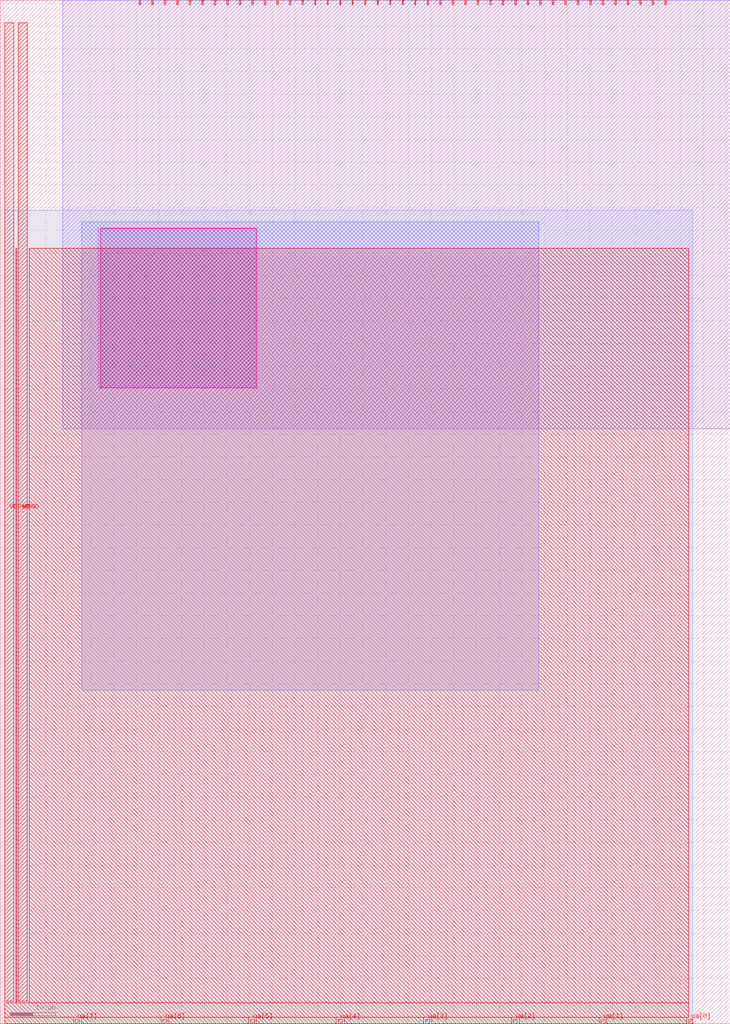
<source format=lef>
VERSION 5.7 ;
  NOWIREEXTENSIONATPIN ON ;
  DIVIDERCHAR "/" ;
  BUSBITCHARS "[]" ;
MACRO tt_um_analog_example
  CLASS BLOCK ;
  FOREIGN tt_um_analog_example ;
  ORIGIN 0.000 0.000 ;
  SIZE 161.000 BY 225.760 ;
  PIN clk
    DIRECTION INPUT ;
    USE SIGNAL ;
    PORT
      LAYER met4 ;
        RECT 143.830 224.760 144.130 225.760 ;
    END
  END clk
  PIN ena
    DIRECTION INPUT ;
    USE SIGNAL ;
    PORT
      LAYER met4 ;
        RECT 146.590 224.760 146.890 225.760 ;
    END
  END ena
  PIN rst_n
    DIRECTION INPUT ;
    USE SIGNAL ;
    PORT
      LAYER met4 ;
        RECT 141.070 224.760 141.370 225.760 ;
    END
  END rst_n
  PIN ua[0]
    DIRECTION INOUT ;
    USE SIGNAL ;
    ANTENNADIFFAREA 0.445500 ;
    PORT
      LAYER met4 ;
        RECT 151.810 0.000 152.710 1.000 ;
    END
  END ua[0]
  PIN ua[1]
    DIRECTION INOUT ;
    USE SIGNAL ;
    ANTENNAGATEAREA 0.247500 ;
    PORT
      LAYER met4 ;
        RECT 132.490 0.000 133.390 1.000 ;
    END
  END ua[1]
  PIN ua[2]
    DIRECTION INOUT ;
    USE SIGNAL ;
    ANTENNAGATEAREA 0.247500 ;
    PORT
      LAYER met4 ;
        RECT 113.170 0.000 114.070 1.000 ;
    END
  END ua[2]
  PIN ua[3]
    DIRECTION INOUT ;
    USE SIGNAL ;
    PORT
      LAYER met4 ;
        RECT 93.850 0.000 94.750 1.000 ;
    END
  END ua[3]
  PIN ua[4]
    DIRECTION INOUT ;
    USE SIGNAL ;
    PORT
      LAYER met4 ;
        RECT 74.530 0.000 75.430 1.000 ;
    END
  END ua[4]
  PIN ua[5]
    DIRECTION INOUT ;
    USE SIGNAL ;
    PORT
      LAYER met4 ;
        RECT 55.210 0.000 56.110 1.000 ;
    END
  END ua[5]
  PIN ua[6]
    DIRECTION INOUT ;
    USE SIGNAL ;
    PORT
      LAYER met4 ;
        RECT 35.890 0.000 36.790 1.000 ;
    END
  END ua[6]
  PIN ua[7]
    DIRECTION INOUT ;
    USE SIGNAL ;
    PORT
      LAYER met4 ;
        RECT 16.570 0.000 17.470 1.000 ;
    END
  END ua[7]
  PIN ui_in[0]
    DIRECTION INPUT ;
    USE SIGNAL ;
    PORT
      LAYER met4 ;
        RECT 138.310 224.760 138.610 225.760 ;
    END
  END ui_in[0]
  PIN ui_in[1]
    DIRECTION INPUT ;
    USE SIGNAL ;
    PORT
      LAYER met4 ;
        RECT 135.550 224.760 135.850 225.760 ;
    END
  END ui_in[1]
  PIN ui_in[2]
    DIRECTION INPUT ;
    USE SIGNAL ;
    PORT
      LAYER met4 ;
        RECT 132.790 224.760 133.090 225.760 ;
    END
  END ui_in[2]
  PIN ui_in[3]
    DIRECTION INPUT ;
    USE SIGNAL ;
    PORT
      LAYER met4 ;
        RECT 130.030 224.760 130.330 225.760 ;
    END
  END ui_in[3]
  PIN ui_in[4]
    DIRECTION INPUT ;
    USE SIGNAL ;
    PORT
      LAYER met4 ;
        RECT 127.270 224.760 127.570 225.760 ;
    END
  END ui_in[4]
  PIN ui_in[5]
    DIRECTION INPUT ;
    USE SIGNAL ;
    PORT
      LAYER met4 ;
        RECT 124.510 224.760 124.810 225.760 ;
    END
  END ui_in[5]
  PIN ui_in[6]
    DIRECTION INPUT ;
    USE SIGNAL ;
    PORT
      LAYER met4 ;
        RECT 121.750 224.760 122.050 225.760 ;
    END
  END ui_in[6]
  PIN ui_in[7]
    DIRECTION INPUT ;
    USE SIGNAL ;
    PORT
      LAYER met4 ;
        RECT 118.990 224.760 119.290 225.760 ;
    END
  END ui_in[7]
  PIN uio_in[0]
    DIRECTION INPUT ;
    USE SIGNAL ;
    PORT
      LAYER met4 ;
        RECT 116.230 224.760 116.530 225.760 ;
    END
  END uio_in[0]
  PIN uio_in[1]
    DIRECTION INPUT ;
    USE SIGNAL ;
    PORT
      LAYER met4 ;
        RECT 113.470 224.760 113.770 225.760 ;
    END
  END uio_in[1]
  PIN uio_in[2]
    DIRECTION INPUT ;
    USE SIGNAL ;
    PORT
      LAYER met4 ;
        RECT 110.710 224.760 111.010 225.760 ;
    END
  END uio_in[2]
  PIN uio_in[3]
    DIRECTION INPUT ;
    USE SIGNAL ;
    PORT
      LAYER met4 ;
        RECT 107.950 224.760 108.250 225.760 ;
    END
  END uio_in[3]
  PIN uio_in[4]
    DIRECTION INPUT ;
    USE SIGNAL ;
    PORT
      LAYER met4 ;
        RECT 105.190 224.760 105.490 225.760 ;
    END
  END uio_in[4]
  PIN uio_in[5]
    DIRECTION INPUT ;
    USE SIGNAL ;
    PORT
      LAYER met4 ;
        RECT 102.430 224.760 102.730 225.760 ;
    END
  END uio_in[5]
  PIN uio_in[6]
    DIRECTION INPUT ;
    USE SIGNAL ;
    PORT
      LAYER met4 ;
        RECT 99.670 224.760 99.970 225.760 ;
    END
  END uio_in[6]
  PIN uio_in[7]
    DIRECTION INPUT ;
    USE SIGNAL ;
    PORT
      LAYER met4 ;
        RECT 96.910 224.760 97.210 225.760 ;
    END
  END uio_in[7]
  PIN uio_oe[0]
    DIRECTION OUTPUT ;
    USE SIGNAL ;
    PORT
      LAYER met4 ;
        RECT 49.990 224.760 50.290 225.760 ;
    END
  END uio_oe[0]
  PIN uio_oe[1]
    DIRECTION OUTPUT ;
    USE SIGNAL ;
    PORT
      LAYER met4 ;
        RECT 47.230 224.760 47.530 225.760 ;
    END
  END uio_oe[1]
  PIN uio_oe[2]
    DIRECTION OUTPUT ;
    USE SIGNAL ;
    PORT
      LAYER met4 ;
        RECT 44.470 224.760 44.770 225.760 ;
    END
  END uio_oe[2]
  PIN uio_oe[3]
    DIRECTION OUTPUT ;
    USE SIGNAL ;
    PORT
      LAYER met4 ;
        RECT 41.710 224.760 42.010 225.760 ;
    END
  END uio_oe[3]
  PIN uio_oe[4]
    DIRECTION OUTPUT ;
    USE SIGNAL ;
    PORT
      LAYER met4 ;
        RECT 38.950 224.760 39.250 225.760 ;
    END
  END uio_oe[4]
  PIN uio_oe[5]
    DIRECTION OUTPUT ;
    USE SIGNAL ;
    PORT
      LAYER met4 ;
        RECT 36.190 224.760 36.490 225.760 ;
    END
  END uio_oe[5]
  PIN uio_oe[6]
    DIRECTION OUTPUT ;
    USE SIGNAL ;
    PORT
      LAYER met4 ;
        RECT 33.430 224.760 33.730 225.760 ;
    END
  END uio_oe[6]
  PIN uio_oe[7]
    DIRECTION OUTPUT ;
    USE SIGNAL ;
    PORT
      LAYER met4 ;
        RECT 30.670 224.760 30.970 225.760 ;
    END
  END uio_oe[7]
  PIN uio_out[0]
    DIRECTION OUTPUT ;
    USE SIGNAL ;
    PORT
      LAYER met4 ;
        RECT 72.070 224.760 72.370 225.760 ;
    END
  END uio_out[0]
  PIN uio_out[1]
    DIRECTION OUTPUT ;
    USE SIGNAL ;
    PORT
      LAYER met4 ;
        RECT 69.310 224.760 69.610 225.760 ;
    END
  END uio_out[1]
  PIN uio_out[2]
    DIRECTION OUTPUT ;
    USE SIGNAL ;
    PORT
      LAYER met4 ;
        RECT 66.550 224.760 66.850 225.760 ;
    END
  END uio_out[2]
  PIN uio_out[3]
    DIRECTION OUTPUT ;
    USE SIGNAL ;
    PORT
      LAYER met4 ;
        RECT 63.790 224.760 64.090 225.760 ;
    END
  END uio_out[3]
  PIN uio_out[4]
    DIRECTION OUTPUT ;
    USE SIGNAL ;
    PORT
      LAYER met4 ;
        RECT 61.030 224.760 61.330 225.760 ;
    END
  END uio_out[4]
  PIN uio_out[5]
    DIRECTION OUTPUT ;
    USE SIGNAL ;
    PORT
      LAYER met4 ;
        RECT 58.270 224.760 58.570 225.760 ;
    END
  END uio_out[5]
  PIN uio_out[6]
    DIRECTION OUTPUT ;
    USE SIGNAL ;
    PORT
      LAYER met4 ;
        RECT 55.510 224.760 55.810 225.760 ;
    END
  END uio_out[6]
  PIN uio_out[7]
    DIRECTION OUTPUT ;
    USE SIGNAL ;
    PORT
      LAYER met4 ;
        RECT 52.750 224.760 53.050 225.760 ;
    END
  END uio_out[7]
  PIN uo_out[0]
    DIRECTION OUTPUT ;
    USE SIGNAL ;
    PORT
      LAYER met4 ;
        RECT 94.150 224.760 94.450 225.760 ;
    END
  END uo_out[0]
  PIN uo_out[1]
    DIRECTION OUTPUT ;
    USE SIGNAL ;
    PORT
      LAYER met4 ;
        RECT 91.390 224.760 91.690 225.760 ;
    END
  END uo_out[1]
  PIN uo_out[2]
    DIRECTION OUTPUT ;
    USE SIGNAL ;
    PORT
      LAYER met4 ;
        RECT 88.630 224.760 88.930 225.760 ;
    END
  END uo_out[2]
  PIN uo_out[3]
    DIRECTION OUTPUT ;
    USE SIGNAL ;
    PORT
      LAYER met4 ;
        RECT 85.870 224.760 86.170 225.760 ;
    END
  END uo_out[3]
  PIN uo_out[4]
    DIRECTION OUTPUT ;
    USE SIGNAL ;
    PORT
      LAYER met4 ;
        RECT 83.110 224.760 83.410 225.760 ;
    END
  END uo_out[4]
  PIN uo_out[5]
    DIRECTION OUTPUT ;
    USE SIGNAL ;
    PORT
      LAYER met4 ;
        RECT 80.350 224.760 80.650 225.760 ;
    END
  END uo_out[5]
  PIN uo_out[6]
    DIRECTION OUTPUT ;
    USE SIGNAL ;
    PORT
      LAYER met4 ;
        RECT 77.590 224.760 77.890 225.760 ;
    END
  END uo_out[6]
  PIN uo_out[7]
    DIRECTION OUTPUT ;
    USE SIGNAL ;
    PORT
      LAYER met4 ;
        RECT 74.830 224.760 75.130 225.760 ;
    END
  END uo_out[7]
  PIN VDPWR
    DIRECTION INOUT ;
    USE POWER ;
    PORT
      LAYER met4 ;
        RECT 1.000 5.000 3.000 220.760 ;
    END
  END VDPWR
  PIN VGND
    DIRECTION INOUT ;
    USE GROUND ;
    PORT
      LAYER met4 ;
        RECT 4.000 5.000 6.000 220.760 ;
    END
  END VGND
  OBS
      LAYER nwell ;
        RECT 22.190 140.315 56.570 175.460 ;
      LAYER li1 ;
        RECT 21.630 140.305 56.380 175.355 ;
      LAYER met1 ;
        RECT 13.780 131.250 161.000 225.750 ;
      LAYER met2 ;
        RECT 17.980 73.565 118.730 176.885 ;
      LAYER met3 ;
        RECT 0.960 0.030 152.700 179.400 ;
      LAYER met4 ;
        RECT 3.400 4.600 3.600 171.055 ;
        RECT 6.400 4.600 151.810 171.055 ;
        RECT 0.985 1.400 151.810 4.600 ;
        RECT 0.985 0.055 16.170 1.400 ;
        RECT 17.870 0.055 35.490 1.400 ;
        RECT 37.190 0.055 54.810 1.400 ;
        RECT 56.510 0.055 74.130 1.400 ;
        RECT 75.830 0.055 93.450 1.400 ;
        RECT 95.150 0.055 112.770 1.400 ;
        RECT 114.470 0.055 132.090 1.400 ;
        RECT 133.790 0.055 151.410 1.400 ;
  END
END tt_um_analog_example
END LIBRARY


</source>
